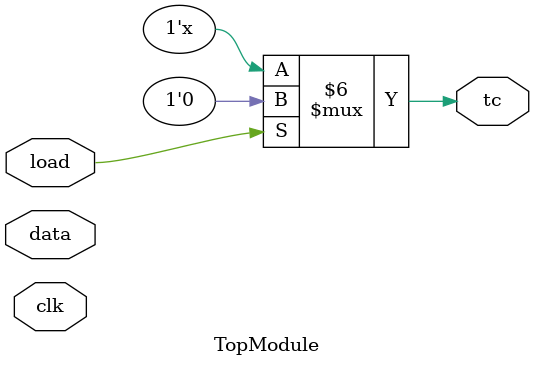
<source format=sv>

module TopModule (
  input clk,
  input load,
  input [9:0] data,
  output tc
);

  reg [9:0] counter;
  
  always @* begin
    if (load) begin
      counter <= data;
      tc <= 0;
    end else begin
      if (counter != 0) begin
        counter <= counter - 1;
      end
      tc <= (counter == 0);
    end
  end

endmodule

// VERILOG-EVAL: errant inclusion of module definition

</source>
